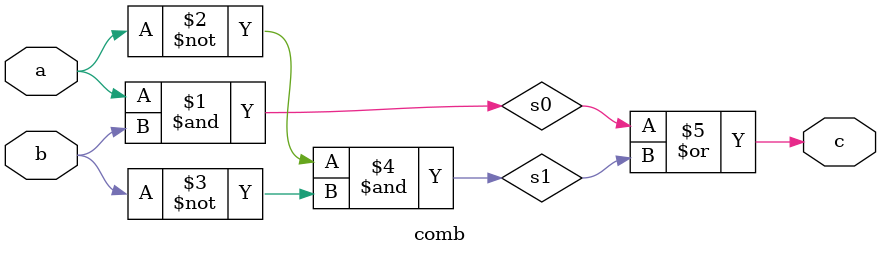
<source format=sv>
module comb (
    input logic a,
    input logic b, 
    output logic c
);

logic s0, s1;

assign s0 = a&b;
assign s1 = ~a&~b;
assign c = s0 | s1;

endmodule
</source>
